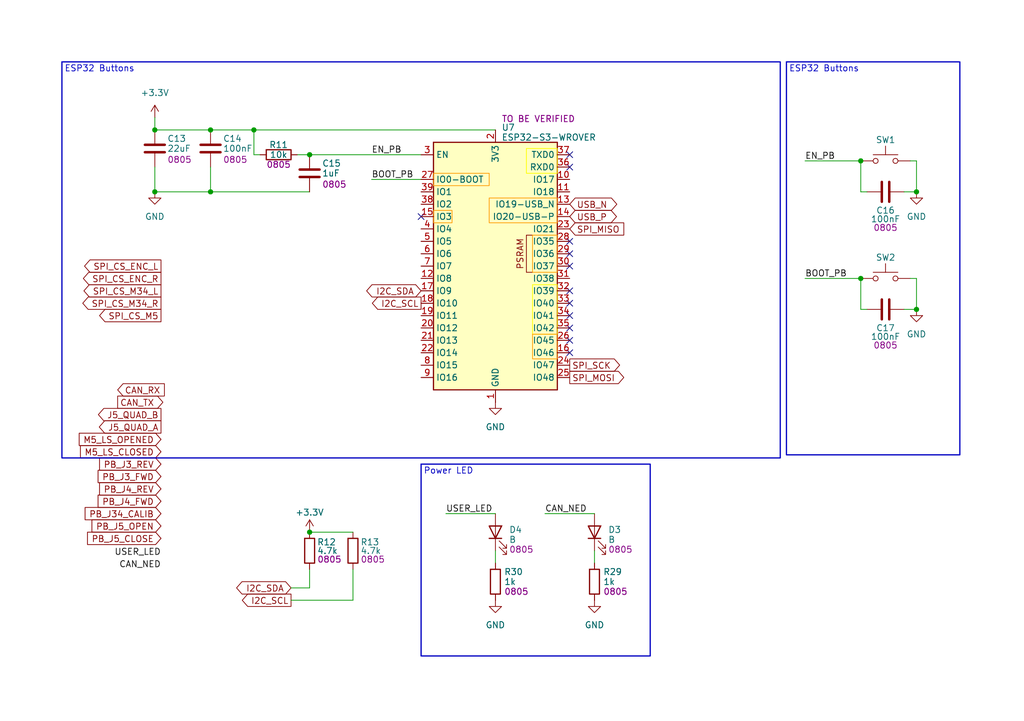
<source format=kicad_sch>
(kicad_sch (version 20231120) (generator "eeschema") (generator_version "8.0")
  (paper "A5")
  (title_block (title "${PROJECTNAME}") (date "2025-02-08") (rev "${REVISION}") (company "${GROUP_NAME}") (comment 1 "${AUTHOR}"))
  (lib_symbols
    (symbol "RoverLibrary:C_0805" (pin_numbers hide) (pin_names (offset 0.254))
      (property "Reference" "C" (at 2.54 2.032 0))
      (property "Value" "~" (at 2.54 0 0))
      (property "Package" "0805" (at 2.54 -2.286 0))
      (symbol "C_0805_0_1"
        (polyline (pts (xy -2.032 -0.762) (xy 2.032 -0.762)) (stroke (width 0.508)))
        (polyline (pts (xy -2.032 0.762) (xy 2.032 0.762)) (stroke (width 0.508)))
      )
      (symbol "C_0805_1_1"
        (pin passive line (at 0 3.81 270) (length 2.794) (name "~") (number "1"))
        (pin passive line (at 0 -3.81 90) (length 2.794) (name "~") (number "2"))
      )
    )
    (symbol "RoverLibrary:ESP32-S3-WROVER"
      (property "Reference" "U" (at 1.27 28.448 0))
      (property "Value" "ESP32-S3-WROVER" (at 1.27 26.416 0))
      (property "STATUS" "TO BE VERIFIED" (at 1.27 30.226 0))
      (symbol "ESP32-S3-WROVER_0_0"
        (rectangle (start -12.7 25.4) (end 12.7 -25.4) (stroke (width 0.254)) (fill (type background)))
        (text "PSRAM" (at 5.08 2.54 900) (effects (font (size 1.27 1.27))))
      )
      (symbol "ESP32-S3-WROVER_0_1"
        (polyline (pts (xy 7.62 -1.27) (xy 6.35 -1.27) (xy 6.35 6.35) (xy 7.62 6.35)))
      )
      (symbol "ESP32-S3-WROVER_1_1"
        (rectangle (start -12.7 11.43) (end -8.89 8.89) (stroke (width 0) (color 255 153 0 1)) (fill (type background)))
        (rectangle (start -12.7 19.05) (end -1.27 16.51) (stroke (width 0) (color 255 153 0 1)) (fill (type background)))
        (rectangle (start -1.27 13.97) (end 12.7 8.89) (stroke (width 0) (color 255 153 0 1)) (fill (type background)))
        (rectangle (start 6.35 24.13) (end 12.7 19.05) (stroke (width 0) (color 255 255 0 1)) (fill (type background)))
        (rectangle (start 7.62 -13.97) (end 12.7 -19.05) (stroke (width 0) (color 255 153 0 1)) (fill (type background)))
        (rectangle (start 7.62 -3.81) (end 12.7 -13.97) (stroke (width 0) (color 255 255 0 1)) (fill (type background)))
        (rectangle (start 7.62 6.35) (end 12.7 -1.27) (stroke (width 0) (color 255 153 0 1)) (fill (type background)))
        (pin power_in line (at 0 -27.94 90) (length 2.54) (name "GND") (number "1"))
        (pin bidirectional line (at 15.24 17.78 180) (length 2.54) (name "IO17") (number "10"))
        (pin bidirectional line (at 15.24 15.24 180) (length 2.54) (name "IO18") (number "11"))
        (pin bidirectional line (at -15.24 -2.54 0) (length 2.54) (name "IO8") (number "12"))
        (pin bidirectional line (at 15.24 12.7 180) (length 2.54) (name "IO19-USB_N") (number "13"))
        (pin bidirectional line (at 15.24 10.16 180) (length 2.54) (name "IO20-USB-P") (number "14"))
        (pin bidirectional line (at -15.24 10.16 0) (length 2.54) (name "IO3") (number "15"))
        (pin bidirectional line (at 15.24 -17.78 180) (length 2.54) (name "IO46") (number "16"))
        (pin bidirectional line (at -15.24 -5.08 0) (length 2.54) (name "IO9") (number "17"))
        (pin bidirectional line (at -15.24 -7.62 0) (length 2.54) (name "IO10") (number "18"))
        (pin bidirectional line (at -15.24 -10.16 0) (length 2.54) (name "IO11") (number "19"))
        (pin power_in line (at 0 27.94 270) (length 2.54) (name "3V3") (number "2"))
        (pin bidirectional line (at -15.24 -12.7 0) (length 2.54) (name "IO12") (number "20"))
        (pin bidirectional line (at -15.24 -15.24 0) (length 2.54) (name "IO13") (number "21"))
        (pin bidirectional line (at -15.24 -17.78 0) (length 2.54) (name "IO14") (number "22"))
        (pin bidirectional line (at 15.24 7.62 180) (length 2.54) (name "IO21") (number "23"))
        (pin bidirectional line (at 15.24 -20.32 180) (length 2.54) (name "IO47") (number "24"))
        (pin bidirectional line (at 15.24 -22.86 180) (length 2.54) (name "IO48") (number "25"))
        (pin bidirectional line (at 15.24 -15.24 180) (length 2.54) (name "IO45") (number "26"))
        (pin bidirectional line (at -15.24 17.78 0) (length 2.54) (name "IO0-BOOT") (number "27"))
        (pin bidirectional line (at 15.24 5.08 180) (length 2.54) (name "IO35") (number "28"))
        (pin bidirectional line (at 15.24 2.54 180) (length 2.54) (name "IO36") (number "29"))
        (pin input line (at -15.24 22.86 0) (length 2.54) (name "EN") (number "3"))
        (pin bidirectional line (at 15.24 0 180) (length 2.54) (name "IO37") (number "30"))
        (pin bidirectional line (at 15.24 -2.54 180) (length 2.54) (name "IO38") (number "31"))
        (pin bidirectional line (at 15.24 -5.08 180) (length 2.54) (name "IO39") (number "32"))
        (pin bidirectional line (at 15.24 -7.62 180) (length 2.54) (name "IO40") (number "33"))
        (pin bidirectional line (at 15.24 -10.16 180) (length 2.54) (name "IO41") (number "34"))
        (pin bidirectional line (at 15.24 -12.7 180) (length 2.54) (name "IO42") (number "35"))
        (pin bidirectional line (at 15.24 20.32 180) (length 2.54) (name "RXD0") (number "36"))
        (pin bidirectional line (at 15.24 22.86 180) (length 2.54) (name "TXD0") (number "37"))
        (pin bidirectional line (at -15.24 12.7 0) (length 2.54) (name "IO2") (number "38"))
        (pin bidirectional line (at -15.24 15.24 0) (length 2.54) (name "IO1") (number "39"))
        (pin bidirectional line (at -15.24 7.62 0) (length 2.54) (name "IO4") (number "4"))
        (pin passive line (at 0 -27.94 90) (length 2.54) hide (name "GND") (number "40"))
        (pin passive line (at 0 -27.94 90) (length 2.54) hide (name "GND") (number "41"))
        (pin bidirectional line (at -15.24 5.08 0) (length 2.54) (name "IO5") (number "5"))
        (pin bidirectional line (at -15.24 2.54 0) (length 2.54) (name "IO6") (number "6"))
        (pin bidirectional line (at -15.24 0 0) (length 2.54) (name "IO7") (number "7"))
        (pin bidirectional line (at -15.24 -20.32 0) (length 2.54) (name "IO15") (number "8"))
        (pin bidirectional line (at -15.24 -22.86 0) (length 2.54) (name "IO16") (number "9"))
      )
    )
    (symbol "RoverLibrary:LED" (pin_numbers hide) (pin_names (offset 1.016) hide)
      (property "Reference" "D" (at 0 2.54 0))
      (property "Value" "LED" (at 0 -2.54 0))
      (symbol "LED_0_1"
        (polyline (pts (xy -1.27 -1.27) (xy -1.27 1.27)) (stroke (width 0.254)))
        (polyline (pts (xy -1.27 0) (xy 1.27 0)))
        (polyline (pts (xy 1.27 -1.27) (xy 1.27 1.27) (xy -1.27 0) (xy 1.27 -1.27)) (stroke (width 0.254)))
        (polyline (pts (xy -3.048 -0.762) (xy -4.572 -2.286) (xy -3.81 -2.286) (xy -4.572 -2.286) (xy -4.572 -1.524)))
        (polyline (pts (xy -1.778 -0.762) (xy -3.302 -2.286) (xy -2.54 -2.286) (xy -3.302 -2.286) (xy -3.302 -1.524)))
      )
      (symbol "LED_1_1"
        (pin passive line (at -3.81 0 0) (length 2.54) (name "K") (number "1"))
        (pin passive line (at 3.81 0 180) (length 2.54) (name "A") (number "2"))
      )
    )
    (symbol "RoverLibrary:R_0805" (pin_numbers hide) (pin_names (offset 0))
      (property "Reference" "R" (at 2.032 0 90))
      (property "Value" "k" (at 0 0 90))
      (property "Package" "0805" (at -2.286 0 90))
      (symbol "R_0805_0_1"
        (rectangle (start -1.016 -2.54) (end 1.016 2.54) (stroke (width 0.254)))
      )
      (symbol "R_0805_1_1"
        (pin passive line (at 0 3.81 270) (length 1.27) (name "~") (number "1"))
        (pin passive line (at 0 -3.81 90) (length 1.27) (name "~") (number "2"))
      )
    )
    (symbol "RoverLibrary:SW-PTS815SJM250SMTRLFS" (pin_numbers hide) (pin_names (offset 1.016) hide)
      (property "Reference" "SW" (at 0 4.318 0))
      (symbol "SW-PTS815SJM250SMTRLFS_0_1"
        (circle (center -2.032 0) (radius 0.508))
        (polyline (pts (xy 0 1.27) (xy 0 3.048)))
        (polyline (pts (xy 2.54 1.27) (xy -2.54 1.27)))
        (circle (center 2.032 0) (radius 0.508))
      )
      (symbol "SW-PTS815SJM250SMTRLFS_1_1"
        (pin passive line (at -5.08 0 0) (length 2.54) (name "") (number "1"))
        (pin passive line (at -5.08 0 0) (length 2.54) hide (name "") (number "2"))
        (pin no_connect line (at 5.08 -2.54 180) (length 2.54) hide (name "NC") (number "3"))
        (pin passive line (at 5.08 0 180) (length 2.54) (name "") (number "4"))
      )
    )
    (symbol "power:+3.3V" (power) (pin_numbers hide) (pin_names (offset 0) hide)
      (property "Value" "+3.3V" (at 0 3.556 0))
      (symbol "+3.3V_0_1"
        (polyline (pts (xy -0.762 1.27) (xy 0 2.54)))
        (polyline (pts (xy 0 0) (xy 0 2.54)))
        (polyline (pts (xy 0 2.54) (xy 0.762 1.27)))
      )
      (symbol "+3.3V_1_1"
        (pin power_in line (at 0 0 90) (length 0) (name "~") (number "1"))
      )
    )
    (symbol "power:GND" (power) (pin_numbers hide) (pin_names (offset 0) hide)
      (property "Value" "GND" (at 0 -3.81 0))
      (symbol "GND_0_1"
        (polyline (pts (xy 0 0) (xy 0 -1.27) (xy 1.27 -1.27) (xy 0 -2.54) (xy -1.27 -1.27) (xy 0 -1.27)))
      )
      (symbol "GND_1_1"
        (pin power_in line (at 0 0 270) (length 0) (name "~") (number "1"))
      )
    )
  )
  (junction (at 187.96 63.5))
  (junction (at 63.5 31.75))
  (junction (at 43.18 26.67))
  (junction (at 176.53 33.02))
  (junction (at 176.53 57.15))
  (junction (at 187.96 39.37))
  (junction (at 52.07 26.67))
  (junction (at 31.75 26.67))
  (junction (at 63.5 109.22))
  (junction (at 43.18 39.37))
  (junction (at 31.75 39.37))
  (no_connect (at 116.84 59.69))
  (no_connect (at 116.84 69.85))
  (no_connect (at 116.84 31.75))
  (no_connect (at 116.84 67.31))
  (no_connect (at 116.84 64.77))
  (no_connect (at 116.84 34.29))
  (no_connect (at 116.84 54.61))
  (no_connect (at 116.84 49.53))
  (no_connect (at 116.84 52.07))
  (no_connect (at 116.84 62.23))
  (no_connect (at 116.84 72.39))
  (no_connect (at 86.36 44.45))
  (wire (pts (xy 165.1 33.02) (xy 176.53 33.02)))
  (wire (pts (xy 185.42 39.37) (xy 187.96 39.37)))
  (wire (pts (xy 111.76 105.41) (xy 121.92 105.41)))
  (wire (pts (xy 177.8 39.37) (xy 176.53 39.37)))
  (wire (pts (xy 76.2 36.83) (xy 86.36 36.83)))
  (wire (pts (xy 52.07 26.67) (xy 101.6 26.67)))
  (wire (pts (xy 177.8 63.5) (xy 176.53 63.5)))
  (wire (pts (xy 63.5 109.22) (xy 72.39 109.22)))
  (wire (pts (xy 31.75 39.37) (xy 43.18 39.37)))
  (wire (pts (xy 43.18 26.67) (xy 52.07 26.67)))
  (wire (pts (xy 43.18 39.37) (xy 63.5 39.37)))
  (wire (pts (xy 31.75 26.67) (xy 43.18 26.67)))
  (wire (pts (xy 31.75 34.29) (xy 31.75 39.37)))
  (wire (pts (xy 59.69 123.19) (xy 72.39 123.19)))
  (wire (pts (xy 91.44 105.41) (xy 101.6 105.41)))
  (wire (pts (xy 187.96 63.5) (xy 187.96 57.15)))
  (wire (pts (xy 121.92 115.57) (xy 121.92 113.03)))
  (wire (pts (xy 31.75 24.13) (xy 31.75 26.67)))
  (wire (pts (xy 187.96 33.02) (xy 186.69 33.02)))
  (wire (pts (xy 187.96 39.37) (xy 187.96 33.02)))
  (wire (pts (xy 53.34 31.75) (xy 52.07 31.75)))
  (wire (pts (xy 63.5 116.84) (xy 63.5 120.65)))
  (wire (pts (xy 72.39 116.84) (xy 72.39 123.19)))
  (wire (pts (xy 52.07 31.75) (xy 52.07 26.67)))
  (wire (pts (xy 60.96 31.75) (xy 63.5 31.75)))
  (wire (pts (xy 165.1 57.15) (xy 176.53 57.15)))
  (wire (pts (xy 176.53 63.5) (xy 176.53 57.15)))
  (wire (pts (xy 185.42 63.5) (xy 187.96 63.5)))
  (wire (pts (xy 59.69 120.65) (xy 63.5 120.65)))
  (wire (pts (xy 101.6 115.57) (xy 101.6 113.03)))
  (wire (pts (xy 63.5 31.75) (xy 86.36 31.75)))
  (wire (pts (xy 187.96 57.15) (xy 186.69 57.15)))
  (wire (pts (xy 43.18 34.29) (xy 43.18 39.37)))
  (wire (pts (xy 176.53 39.37) (xy 176.53 33.02)))
  (rectangle (start 12.7 12.7) (end 160.02 93.98) (stroke (width 0.254)))
  (rectangle (start 161.29 12.7) (end 196.85 93.345) (stroke (width 0.254)))
  (rectangle (start 86.36 95.25) (end 133.35 134.62) (stroke (width 0.254)))
  (text "ESP32 Buttons" (at 13.208 14.224 0) (effects (font (size 1.27 1.27)) (justify left)))
  (text "Power LED" (at 86.868 96.774 0) (effects (font (size 1.27 1.27)) (justify left)))
  (text "ESP32 Buttons" (at 161.798 14.224 0) (effects (font (size 1.27 1.27)) (justify left)))
  (label "EN_PB" (at 165.1 33.02 0))
  (label "CAN_NED" (at 33.02 116.84 180))
  (label "USER_LED" (at 91.44 105.41 0))
  (label "EN_PB" (at 76.2 31.75 0))
  (label "BOOT_PB" (at 76.2 36.83 0))
  (label "BOOT_PB" (at 165.1 57.15 0))
  (label "USER_LED" (at 33.02 114.3 180))
  (label "CAN_NED" (at 111.76 105.41 0))
  (global_label "I2C_SCL" (shape output) (at 59.69 123.19 180) (property "Intersheetrefs" "${INTERSHEET_REFS}" (effects (hide yes))))
  (global_label "M5_LS_CLOSED" (shape input) (at 33.02 92.71 180) (effects (font (thickness 0.1588))) (property "Intersheetrefs" "${INTERSHEET_REFS}" (effects (hide yes))))
  (global_label "PB_J3_FWD" (shape input) (at 33.02 97.79 180) (effects (font (thickness 0.1588))) (property "Intersheetrefs" "${INTERSHEET_REFS}" (effects (hide yes))))
  (global_label "SPI_CS_M5" (shape output) (at 33.02 64.77 180) (property "Intersheetrefs" "${INTERSHEET_REFS}" (effects (hide yes))))
  (global_label "USB_N" (shape bidirectional) (at 116.84 41.91 0) (property "Intersheetrefs" "${INTERSHEET_REFS}" (effects (hide yes))))
  (global_label "PB_J34_CALIB" (shape input) (at 33.02 105.41 180) (effects (font (thickness 0.1588))) (property "Intersheetrefs" "${INTERSHEET_REFS}" (effects (hide yes))))
  (global_label "I2C_SDA" (shape bidirectional) (at 59.69 120.65 180) (property "Intersheetrefs" "${INTERSHEET_REFS}" (effects (hide yes))))
  (global_label "PB_J5_CLOSE" (shape input) (at 33.02 110.49 180) (effects (font (thickness 0.1588))) (property "Intersheetrefs" "${INTERSHEET_REFS}" (effects (hide yes))))
  (global_label "SPI_CS_ENC_L" (shape output) (at 33.02 54.61 180) (property "Intersheetrefs" "${INTERSHEET_REFS}" (effects (hide yes))))
  (global_label "PB_J5_OPEN" (shape input) (at 33.02 107.95 180) (effects (font (thickness 0.1588))) (property "Intersheetrefs" "${INTERSHEET_REFS}" (effects (hide yes))))
  (global_label "J5_QUAD_B" (shape output) (at 33.02 85.09 180) (property "Intersheetrefs" "${INTERSHEET_REFS}" (effects (hide yes))))
  (global_label "SPI_MOSI" (shape output) (at 116.84 77.47 0) (property "Intersheetrefs" "${INTERSHEET_REFS}" (effects (hide yes))))
  (global_label "I2C_SCL" (shape output) (at 86.36 62.23 180) (property "Intersheetrefs" "${INTERSHEET_REFS}" (effects (hide yes))))
  (global_label "CAN_TX" (shape output) (at 24.13 82.55 0) (property "Intersheetrefs" "${INTERSHEET_REFS}" (effects (hide yes))))
  (global_label "USB_P" (shape bidirectional) (at 116.84 44.45 0) (property "Intersheetrefs" "${INTERSHEET_REFS}" (effects (hide yes))))
  (global_label "SPI_MISO" (shape input) (at 116.84 46.99 0) (property "Intersheetrefs" "${INTERSHEET_REFS}" (effects (hide yes))))
  (global_label "PB_J4_FWD" (shape input) (at 33.02 102.87 180) (effects (font (thickness 0.1588))) (property "Intersheetrefs" "${INTERSHEET_REFS}" (effects (hide yes))))
  (global_label "SPI_SCK" (shape output) (at 116.84 74.93 0) (property "Intersheetrefs" "${INTERSHEET_REFS}" (effects (hide yes))))
  (global_label "PB_J3_REV" (shape input) (at 33.02 95.25 180) (effects (font (thickness 0.1588))) (property "Intersheetrefs" "${INTERSHEET_REFS}" (effects (hide yes))))
  (global_label "J5_QUAD_A" (shape output) (at 33.02 87.63 180) (property "Intersheetrefs" "${INTERSHEET_REFS}" (effects (hide yes))))
  (global_label "SPI_CS_M34_R" (shape output) (at 33.02 62.23 180) (property "Intersheetrefs" "${INTERSHEET_REFS}" (effects (hide yes))))
  (global_label "I2C_SDA" (shape bidirectional) (at 86.36 59.69 180) (property "Intersheetrefs" "${INTERSHEET_REFS}" (effects (hide yes))))
  (global_label "M5_LS_OPENED" (shape input) (at 33.02 90.17 180) (effects (font (thickness 0.1588))) (property "Intersheetrefs" "${INTERSHEET_REFS}" (effects (hide yes))))
  (global_label "CAN_RX" (shape input) (at 24.13 80.01 0) (property "Intersheetrefs" "${INTERSHEET_REFS}" (effects (hide yes))))
  (global_label "SPI_CS_M34_L" (shape output) (at 33.02 59.69 180) (property "Intersheetrefs" "${INTERSHEET_REFS}" (effects (hide yes))))
  (global_label "SPI_CS_ENC_R" (shape output) (at 33.02 57.15 180) (property "Intersheetrefs" "${INTERSHEET_REFS}" (effects (hide yes))))
  (global_label "PB_J4_REV" (shape input) (at 33.02 100.33 180) (effects (font (thickness 0.1588))) (property "Intersheetrefs" "${INTERSHEET_REFS}" (effects (hide yes))))
  (symbol (lib_id "power:GND") (at 187.96 39.37 0) (unit 1)
    (property "Reference" "#PWR046" (effects (hide yes)))
    (property "Value" "GND" (at 187.96 44.45 0))
    (property "Description" "Power symbol creates a global label with name \"GND\" , ground" (effects (hide yes)))
  )
  (symbol (lib_id "RoverLibrary:R_0805") (at 72.39 113.03 0) (unit 1)
    (property "Reference" "R13" (at 73.914 111.252 0) (effects (justify left)))
    (property "Value" "4.7k" (at 73.914 113.03 0) (effects (justify left)))
    (property "Footprint" "Resistor_SMD:R_0805_2012Metric_Pad1.20x1.40mm_HandSolder" (effects (hide yes)))
    (property "Description" "Resistor" (effects (hide yes)))
    (property "Package" "0805" (at 76.454 114.808 0))
  )
  (symbol (lib_id "RoverLibrary:SW-PTS815SJM250SMTRLFS") (at 181.61 57.15 0) (unit 1)
    (property "Reference" "SW2" (at 179.578 52.832 0) (effects (justify left)))
    (property "Value" "SW-PTS815SJM250SMTRLFS" (effects (hide yes)))
    (property "Footprint" "RoverFootprint:SW-PTS815 SJM250SMTRLFS" (effects (hide yes)))
    (property "Datasheet" "https://www.ckswitches.com/media/2728/pts815.pdf" (effects (hide yes)))
    (property "Description" "Push button switch" (effects (hide yes)))
  )
  (symbol (lib_id "RoverLibrary:C_0805") (at 181.61 63.5 270) (unit 1)
    (property "Reference" "C17" (at 181.61 67.31 90))
    (property "Value" "100nF" (at 178.562 69.088 90) (effects (justify left)))
    (property "Footprint" "Capacitor_SMD:C_0805_2012Metric_Pad1.18x1.45mm_HandSolder" (effects (hide yes)))
    (property "Description" "Unpolarized capacitor" (effects (hide yes)))
    (property "Package" "0805" (at 181.61 70.866 90))
  )
  (symbol (lib_id "RoverLibrary:LED") (at 121.92 109.22 90) (unit 1)
    (property "Reference" "D3" (at 124.714 108.712 90) (effects (justify right)))
    (property "Value" "B" (at 124.714 110.744 90) (effects (justify right)))
    (property "Footprint" "LED_SMD:LED_0805_2012Metric_Pad1.15x1.40mm_HandSolder" (effects (hide yes)))
    (property "Description" "Light emitting diode" (effects (hide yes)))
    (property "Package" "0805" (at 124.714 112.776 90) (effects (justify right)))
  )
  (symbol (lib_id "RoverLibrary:LED") (at 101.6 109.22 90) (unit 1)
    (property "Reference" "D4" (at 104.394 108.712 90) (effects (justify right)))
    (property "Value" "B" (at 104.394 110.744 90) (effects (justify right)))
    (property "Footprint" "LED_SMD:LED_0805_2012Metric_Pad1.15x1.40mm_HandSolder" (effects (hide yes)))
    (property "Description" "Light emitting diode" (effects (hide yes)))
    (property "Package" "0805" (at 104.394 112.776 90) (effects (justify right)))
  )
  (symbol (lib_id "RoverLibrary:R_0805") (at 101.6 119.38 180) (unit 1)
    (property "Reference" "R30" (at 103.378 117.348 0) (effects (justify right)))
    (property "Value" "1k" (at 103.378 119.38 0) (effects (justify right)))
    (property "Footprint" "Resistor_SMD:R_0805_2012Metric_Pad1.20x1.40mm_HandSolder" (effects (hide yes)))
    (property "Description" "Resistor" (effects (hide yes)))
    (property "Package" "0805" (at 103.378 121.412 0) (effects (justify right)))
  )
  (symbol (lib_id "RoverLibrary:C_0805") (at 181.61 39.37 270) (unit 1)
    (property "Reference" "C16" (at 181.61 43.18 90))
    (property "Value" "100nF" (at 178.562 44.958 90) (effects (justify left)))
    (property "Footprint" "Capacitor_SMD:C_0805_2012Metric_Pad1.18x1.45mm_HandSolder" (effects (hide yes)))
    (property "Description" "Unpolarized capacitor" (effects (hide yes)))
    (property "Package" "0805" (at 181.61 46.736 90))
  )
  (symbol (lib_id "power:GND") (at 101.6 123.19 0) (unit 1)
    (property "Reference" "#PWR084" (effects (hide yes)))
    (property "Value" "GND" (at 101.6 128.27 0))
    (property "Description" "Power symbol creates a global label with name \"GND\" , ground" (effects (hide yes)))
  )
  (symbol (lib_id "RoverLibrary:C_0805") (at 63.5 35.56 0) (unit 1)
    (property "Reference" "C15" (at 66.04 33.528 0) (effects (justify left)))
    (property "Value" "1uF" (at 66.04 35.56 0) (effects (justify left)))
    (property "Footprint" "Capacitor_SMD:C_0805_2012Metric_Pad1.18x1.45mm_HandSolder" (effects (hide yes)))
    (property "Description" "Unpolarized capacitor" (effects (hide yes)))
    (property "Package" "0805" (at 66.04 37.846 0) (effects (justify left)))
  )
  (symbol (lib_id "power:+3.3V") (at 63.5 109.22 0) (unit 1)
    (property "Reference" "#PWR048" (effects (hide yes)))
    (property "Value" "+3.3V" (at 63.5 105.156 0))
    (property "Description" "Power symbol creates a global label with name \"+3.3V\"" (effects (hide yes)))
  )
  (symbol (lib_id "power:GND") (at 101.6 82.55 0) (unit 1)
    (property "Reference" "#PWR049" (effects (hide yes)))
    (property "Value" "GND" (at 101.6 87.63 0))
    (property "Description" "Power symbol creates a global label with name \"GND\" , ground" (effects (hide yes)))
  )
  (symbol (lib_id "RoverLibrary:R_0805") (at 121.92 119.38 180) (unit 1)
    (property "Reference" "R29" (at 123.698 117.348 0) (effects (justify right)))
    (property "Value" "1k" (at 123.698 119.38 0) (effects (justify right)))
    (property "Footprint" "Resistor_SMD:R_0805_2012Metric_Pad1.20x1.40mm_HandSolder" (effects (hide yes)))
    (property "Description" "Resistor" (effects (hide yes)))
    (property "Package" "0805" (at 123.698 121.412 0) (effects (justify right)))
  )
  (symbol (lib_id "RoverLibrary:C_0805") (at 43.18 30.48 0) (unit 1)
    (property "Reference" "C14" (at 45.72 28.448 0) (effects (justify left)))
    (property "Value" "100nF" (at 45.72 30.48 0) (effects (justify left)))
    (property "Footprint" "Capacitor_SMD:C_0805_2012Metric_Pad1.18x1.45mm_HandSolder" (effects (hide yes)))
    (property "Description" "Unpolarized capacitor" (effects (hide yes)))
    (property "Package" "0805" (at 45.72 32.766 0) (effects (justify left)))
  )
  (symbol (lib_id "power:+3.3V") (at 31.75 24.13 0) (unit 1)
    (property "Reference" "#PWR044" (effects (hide yes)))
    (property "Value" "+3.3V" (at 31.75 19.05 0))
    (property "Description" "Power symbol creates a global label with name \"+3.3V\"" (effects (hide yes)))
  )
  (symbol (lib_id "RoverLibrary:R_0805") (at 57.15 31.75 90) (unit 1)
    (property "Reference" "R11" (at 57.15 29.718 90))
    (property "Value" "10k" (at 57.15 31.75 90))
    (property "Footprint" "Resistor_SMD:R_0805_2012Metric_Pad1.20x1.40mm_HandSolder" (effects (hide yes)))
    (property "Description" "Resistor" (effects (hide yes)))
    (property "Package" "0805" (at 57.15 33.782 90))
  )
  (symbol (lib_id "RoverLibrary:ESP32-S3-WROVER") (at 101.6 54.61 0) (unit 1)
    (property "Reference" "U7" (at 102.87 26.162 0) (effects (justify left)))
    (property "Value" "ESP32-S3-WROVER" (at 102.87 28.194 0) (effects (justify left)))
    (property "Footprint" "RF_Module:ESP32-S3-WROOM-1U" (effects (hide yes)))
    (property "Datasheet" "https://www.espressif.com/sites/default/files/documentation/esp32-s3-wroom-1_wroom-1u_datasheet_en.pdf" (effects (hide yes)))
    (property "Description" "RF Module, ESP32-S3 SoC, Wi-Fi 802.11b/g/n, Bluetooth, BLE, 32-bit, 3.3V, onboard antenna, SMD" (effects (hide yes)))
    (property "Digikey Link" "https://www.digikey.ca/en/products/detail/espressif-systems/ESP32-S3-WROOM-1U-N8/16162635" (effects (hide yes)))
    (property "STATUS" "TO BE VERIFIED" (at 102.87 24.384 0) (effects (justify left)))
  )
  (symbol (lib_id "power:GND") (at 187.96 63.5 0) (unit 1)
    (property "Reference" "#PWR047" (effects (hide yes)))
    (property "Value" "GND" (at 187.96 68.58 0))
    (property "Description" "Power symbol creates a global label with name \"GND\" , ground" (effects (hide yes)))
  )
  (symbol (lib_id "power:GND") (at 121.92 123.19 0) (unit 1)
    (property "Reference" "#PWR085" (effects (hide yes)))
    (property "Value" "GND" (at 121.92 128.27 0))
    (property "Description" "Power symbol creates a global label with name \"GND\" , ground" (effects (hide yes)))
  )
  (symbol (lib_id "RoverLibrary:R_0805") (at 63.5 113.03 0) (unit 1)
    (property "Reference" "R12" (at 65.024 111.252 0) (effects (justify left)))
    (property "Value" "4.7k" (at 65.024 113.03 0) (effects (justify left)))
    (property "Footprint" "Resistor_SMD:R_0805_2012Metric_Pad1.20x1.40mm_HandSolder" (effects (hide yes)))
    (property "Description" "Resistor" (effects (hide yes)))
    (property "Package" "0805" (at 67.564 114.808 0))
  )
  (symbol (lib_id "RoverLibrary:C_0805") (at 31.75 30.48 0) (unit 1)
    (property "Reference" "C13" (at 34.29 28.448 0) (effects (justify left)))
    (property "Value" "22uF" (at 34.29 30.48 0) (effects (justify left)))
    (property "Footprint" "Capacitor_SMD:C_0805_2012Metric_Pad1.18x1.45mm_HandSolder" (effects (hide yes)))
    (property "Description" "Unpolarized capacitor" (effects (hide yes)))
    (property "Package" "0805" (at 34.29 32.766 0) (effects (justify left)))
  )
  (symbol (lib_id "RoverLibrary:SW-PTS815SJM250SMTRLFS") (at 181.61 33.02 0) (unit 1)
    (property "Reference" "SW1" (at 179.578 28.702 0) (effects (justify left)))
    (property "Value" "SW-PTS815SJM250SMTRLFS" (effects (hide yes)))
    (property "Footprint" "RoverFootprint:SW-PTS815 SJM250SMTRLFS" (effects (hide yes)))
    (property "Datasheet" "https://www.ckswitches.com/media/2728/pts815.pdf" (effects (hide yes)))
    (property "Description" "Push button switch" (effects (hide yes)))
  )
  (symbol (lib_id "power:GND") (at 31.75 39.37 0) (unit 1)
    (property "Reference" "#PWR045" (effects (hide yes)))
    (property "Value" "GND" (at 31.75 44.45 0))
    (property "Description" "Power symbol creates a global label with name \"GND\" , ground" (effects (hide yes)))
  )
)
</source>
